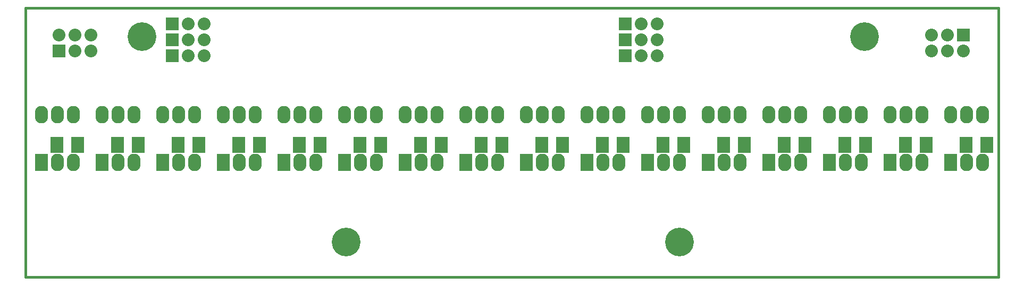
<source format=gbs>
G04 (created by PCBNEW-RS274X (2012-01-19 BZR 3256)-stable) date mar. 15 mai 2012 18:10:56 CEST*
G01*
G70*
G90*
%MOIN*%
G04 Gerber Fmt 3.4, Leading zero omitted, Abs format*
%FSLAX34Y34*%
G04 APERTURE LIST*
%ADD10C,0.006000*%
%ADD11C,0.015000*%
%ADD12R,0.080000X0.080000*%
%ADD13C,0.080000*%
%ADD14R,0.082000X0.110000*%
%ADD15O,0.082000X0.110000*%
%ADD16R,0.080000X0.100000*%
%ADD17C,0.180000*%
G04 APERTURE END LIST*
G54D10*
G54D11*
X90700Y-61700D02*
X90700Y-44800D01*
X29700Y-61700D02*
X90700Y-61700D01*
X29700Y-44800D02*
X29700Y-61700D01*
X90700Y-44800D02*
X29700Y-44800D01*
G54D12*
X67300Y-47800D03*
G54D13*
X68300Y-47800D03*
X69300Y-47800D03*
G54D12*
X67300Y-46800D03*
G54D13*
X68300Y-46800D03*
X69300Y-46800D03*
G54D12*
X67300Y-45800D03*
G54D13*
X68300Y-45800D03*
X69300Y-45800D03*
G54D14*
X61100Y-54500D03*
G54D15*
X62100Y-54500D03*
X63100Y-54500D03*
X63100Y-51500D03*
X62100Y-51500D03*
X61100Y-51500D03*
G54D14*
X64900Y-54500D03*
G54D15*
X65900Y-54500D03*
X66900Y-54500D03*
X66900Y-51500D03*
X65900Y-51500D03*
X64900Y-51500D03*
G54D14*
X68700Y-54500D03*
G54D15*
X69700Y-54500D03*
X70700Y-54500D03*
X70700Y-51500D03*
X69700Y-51500D03*
X68700Y-51500D03*
G54D14*
X72500Y-54500D03*
G54D15*
X73500Y-54500D03*
X74500Y-54500D03*
X74500Y-51500D03*
X73500Y-51500D03*
X72500Y-51500D03*
G54D14*
X76300Y-54500D03*
G54D15*
X77300Y-54500D03*
X78300Y-54500D03*
X78300Y-51500D03*
X77300Y-51500D03*
X76300Y-51500D03*
G54D14*
X80100Y-54500D03*
G54D15*
X81100Y-54500D03*
X82100Y-54500D03*
X82100Y-51500D03*
X81100Y-51500D03*
X80100Y-51500D03*
G54D14*
X83900Y-54500D03*
G54D15*
X84900Y-54500D03*
X85900Y-54500D03*
X85900Y-51500D03*
X84900Y-51500D03*
X83900Y-51500D03*
G54D14*
X87700Y-54500D03*
G54D15*
X88700Y-54500D03*
X89700Y-54500D03*
X89700Y-51500D03*
X88700Y-51500D03*
X87700Y-51500D03*
G54D14*
X30700Y-54500D03*
G54D15*
X31700Y-54500D03*
X32700Y-54500D03*
X32700Y-51500D03*
X31700Y-51500D03*
X30700Y-51500D03*
G54D14*
X34500Y-54500D03*
G54D15*
X35500Y-54500D03*
X36500Y-54500D03*
X36500Y-51500D03*
X35500Y-51500D03*
X34500Y-51500D03*
G54D14*
X38300Y-54500D03*
G54D15*
X39300Y-54500D03*
X40300Y-54500D03*
X40300Y-51500D03*
X39300Y-51500D03*
X38300Y-51500D03*
G54D14*
X42100Y-54500D03*
G54D15*
X43100Y-54500D03*
X44100Y-54500D03*
X44100Y-51500D03*
X43100Y-51500D03*
X42100Y-51500D03*
G54D14*
X45900Y-54500D03*
G54D15*
X46900Y-54500D03*
X47900Y-54500D03*
X47900Y-51500D03*
X46900Y-51500D03*
X45900Y-51500D03*
G54D14*
X49700Y-54500D03*
G54D15*
X50700Y-54500D03*
X51700Y-54500D03*
X51700Y-51500D03*
X50700Y-51500D03*
X49700Y-51500D03*
G54D14*
X53500Y-54500D03*
G54D15*
X54500Y-54500D03*
X55500Y-54500D03*
X55500Y-51500D03*
X54500Y-51500D03*
X53500Y-51500D03*
G54D14*
X57300Y-54500D03*
G54D15*
X58300Y-54500D03*
X59300Y-54500D03*
X59300Y-51500D03*
X58300Y-51500D03*
X57300Y-51500D03*
G54D12*
X31800Y-47500D03*
G54D13*
X31800Y-46500D03*
X32800Y-47500D03*
X32800Y-46500D03*
X33800Y-47500D03*
X33800Y-46500D03*
G54D12*
X88500Y-46500D03*
G54D13*
X88500Y-47500D03*
X87500Y-46500D03*
X87500Y-47500D03*
X86500Y-46500D03*
X86500Y-47500D03*
G54D12*
X38900Y-47800D03*
G54D13*
X39900Y-47800D03*
X40900Y-47800D03*
G54D12*
X38900Y-46800D03*
G54D13*
X39900Y-46800D03*
X40900Y-46800D03*
G54D12*
X38900Y-45800D03*
G54D13*
X39900Y-45800D03*
X40900Y-45800D03*
G54D16*
X58250Y-53400D03*
X59550Y-53400D03*
X54450Y-53400D03*
X55750Y-53400D03*
X50650Y-53400D03*
X51950Y-53400D03*
X46850Y-53400D03*
X48150Y-53400D03*
X43050Y-53400D03*
X44350Y-53400D03*
X39250Y-53400D03*
X40550Y-53400D03*
X35450Y-53400D03*
X36750Y-53400D03*
X31650Y-53400D03*
X32950Y-53400D03*
X88650Y-53400D03*
X89950Y-53400D03*
X84850Y-53400D03*
X86150Y-53400D03*
X81050Y-53400D03*
X82350Y-53400D03*
X77250Y-53400D03*
X78550Y-53400D03*
X73450Y-53400D03*
X74750Y-53400D03*
X69650Y-53400D03*
X70950Y-53400D03*
X65850Y-53400D03*
X67150Y-53400D03*
X62050Y-53400D03*
X63350Y-53400D03*
G54D17*
X37000Y-46600D03*
X82300Y-46600D03*
X70700Y-59500D03*
X49800Y-59500D03*
M02*

</source>
